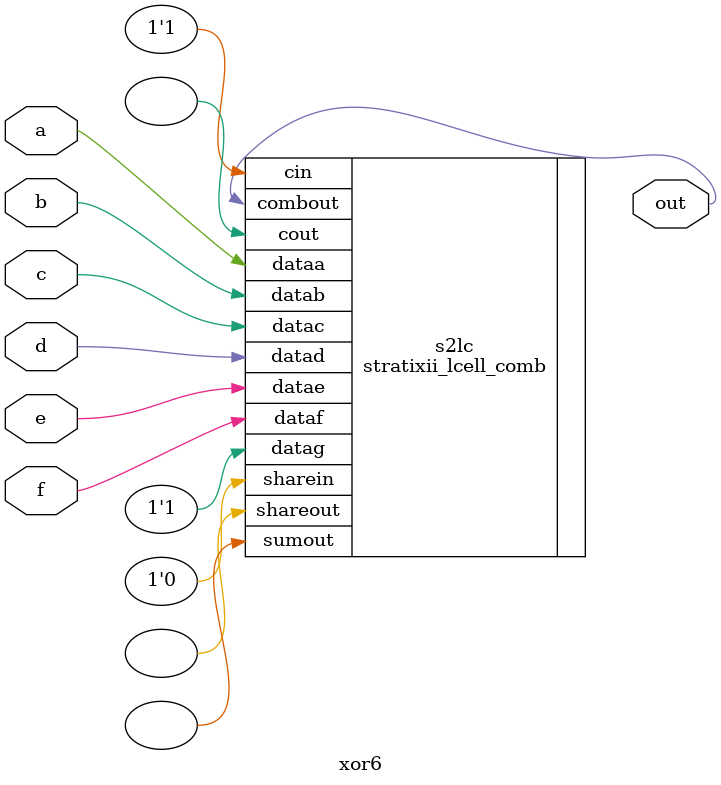
<source format=v>

module xor6 (out,a,b,c,d,e,f);
input a,b,c,d,e,f;
output out;
wire out;

// Equivalent function : out = a ^ b ^ c ^ d ^ e ^ f;
//assign out = a ^ b ^ c ^ d ^ e ^ f;


stratixii_lcell_comb s2lc (
  .dataa (a),.datab (b),.datac (c),.datad (d),.datae (e),.dataf (f),.datag(1'b1),
  .cin(1'b1),.sharein(1'b0),.sumout(),.cout(),.shareout(),
  .combout(out));

defparam s2lc .lut_mask = 64'h6996966996696996;
defparam s2lc .shared_arith = "off";
defparam s2lc .extended_lut = "off";

endmodule

</source>
